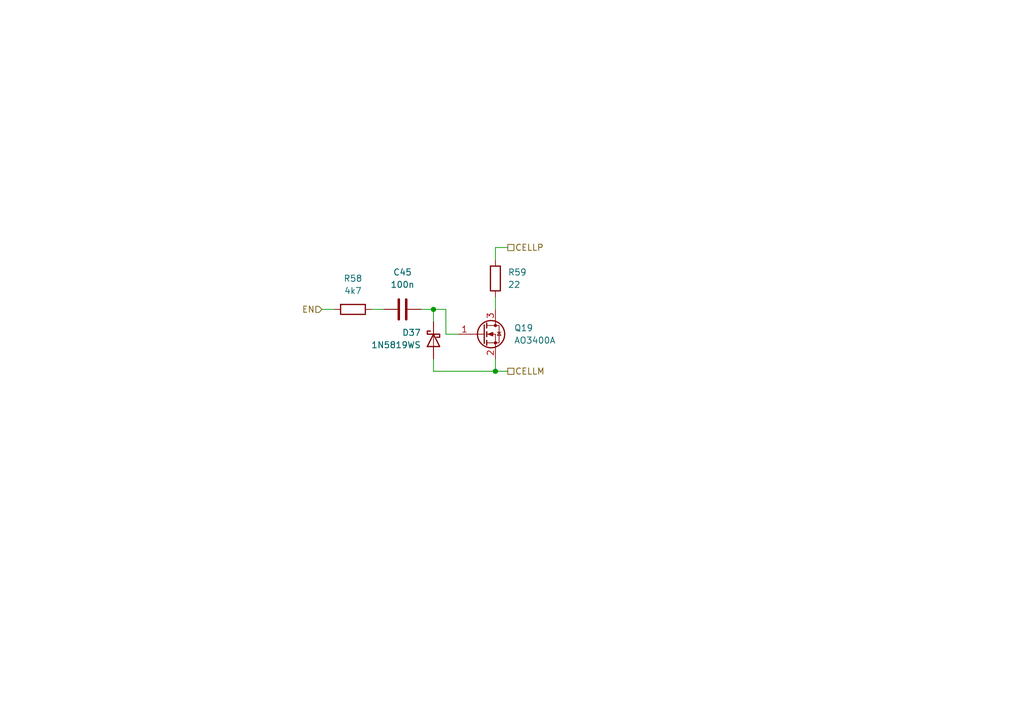
<source format=kicad_sch>
(kicad_sch (version 20250114) (generator "eeschema") (generator_version "9.0")
  (paper "A5")
  (lib_symbols
    (symbol "Device:C" (pin_numbers (hide yes)) (pin_names (offset 0.254))
      (property "Reference" "C" (at 0.635 2.54 0))
      (property "Value" "C" (at 0.635 -2.54 0))
      (symbol "C_0_1"
        (polyline (pts (xy -2.032 0.762) (xy 2.032 0.762)) (stroke (width 0.508)))
        (polyline (pts (xy -2.032 -0.762) (xy 2.032 -0.762)) (stroke (width 0.508)))
      )
      (symbol "C_1_1"
        (pin passive line (at 0 3.81 270) (length 2.794) (name "~") (number "1"))
        (pin passive line (at 0 -3.81 90) (length 2.794) (name "~") (number "2"))
      )
    )
    (symbol "Device:R" (pin_numbers (hide yes)) (pin_names (offset 0))
      (property "Reference" "R" (at 2.032 0 90))
      (property "Value" "R" (at 0 0 90))
      (symbol "R_0_1"
        (rectangle (start -1.016 -2.54) (end 1.016 2.54) (stroke (width 0.254)))
      )
      (symbol "R_1_1"
        (pin passive line (at 0 3.81 270) (length 1.27) (name "~") (number "1"))
        (pin passive line (at 0 -3.81 90) (length 1.27) (name "~") (number "2"))
      )
    )
    (symbol "Diode:1N5819WS" (pin_numbers (hide yes)) (pin_names (offset 1.016) (hide yes))
      (property "Reference" "D" (at 0 2.54 0))
      (property "Value" "1N5819WS" (at 0 -2.54 0))
      (symbol "1N5819WS_0_1"
        (polyline (pts (xy -1.905 0.635) (xy -1.905 1.27) (xy -1.27 1.27) (xy -1.27 -1.27) (xy -0.635 -1.27) (xy -0.635 -0.635)) (stroke (width 0.254)))
        (polyline (pts (xy 1.27 1.27) (xy 1.27 -1.27) (xy -1.27 0) (xy 1.27 1.27)) (stroke (width 0.254)))
        (polyline (pts (xy 1.27 0) (xy -1.27 0)))
      )
      (symbol "1N5819WS_1_1"
        (pin passive line (at -3.81 0 0) (length 2.54) (name "K") (number "1"))
        (pin passive line (at 3.81 0 180) (length 2.54) (name "A") (number "2"))
      )
    )
    (symbol "Transistor_FET:AO3400A" (pin_names (offset 0) (hide yes))
      (property "Reference" "Q" (at 5.08 1.905 0))
      (property "Value" "AO3400A" (at 5.08 0 0))
      (symbol "AO3400A_0_1"
        (polyline (pts (xy 0.254 1.905) (xy 0.254 -1.905)) (stroke (width 0.254)))
        (polyline (pts (xy 0.254 0) (xy -2.54 0)))
        (polyline (pts (xy 0.762 2.286) (xy 0.762 1.27)) (stroke (width 0.254)))
        (polyline (pts (xy 0.762 0.508) (xy 0.762 -0.508)) (stroke (width 0.254)))
        (polyline (pts (xy 0.762 -1.27) (xy 0.762 -2.286)) (stroke (width 0.254)))
        (polyline (pts (xy 0.762 -1.778) (xy 3.302 -1.778) (xy 3.302 1.778) (xy 0.762 1.778)))
        (polyline (pts (xy 1.016 0) (xy 2.032 0.381) (xy 2.032 -0.381) (xy 1.016 0)) (fill (type outline)))
        (circle (center 1.651 0) (radius 2.794) (stroke (width 0.254)))
        (polyline (pts (xy 2.54 2.54) (xy 2.54 1.778)))
        (circle (center 2.54 1.778) (radius 0.254) (fill (type outline)))
        (circle (center 2.54 -1.778) (radius 0.254) (fill (type outline)))
        (polyline (pts (xy 2.54 -2.54) (xy 2.54 0) (xy 0.762 0)))
        (polyline (pts (xy 2.921 0.381) (xy 3.683 0.381)))
        (polyline (pts (xy 3.302 0.381) (xy 2.921 -0.254) (xy 3.683 -0.254) (xy 3.302 0.381)))
      )
      (symbol "AO3400A_1_1"
        (pin input line (at -5.08 0 0) (length 2.54) (name "G") (number "1"))
        (pin passive line (at 2.54 5.08 270) (length 2.54) (name "D") (number "3"))
        (pin passive line (at 2.54 -5.08 90) (length 2.54) (name "S") (number "2"))
      )
    )
  )
  (junction (at 88.9 63.5))
  (junction (at 101.6 76.2))
  (wire (pts (xy 93.98 68.58) (xy 91.44 68.58)))
  (wire (pts (xy 104.14 50.8) (xy 101.6 50.8)))
  (wire (pts (xy 88.9 76.2) (xy 88.9 73.66)))
  (wire (pts (xy 88.9 63.5) (xy 88.9 66.04)))
  (wire (pts (xy 101.6 76.2) (xy 104.14 76.2)))
  (wire (pts (xy 101.6 60.96) (xy 101.6 63.5)))
  (wire (pts (xy 101.6 76.2) (xy 88.9 76.2)))
  (wire (pts (xy 101.6 50.8) (xy 101.6 53.34)))
  (wire (pts (xy 91.44 63.5) (xy 88.9 63.5)))
  (wire (pts (xy 101.6 73.66) (xy 101.6 76.2)))
  (wire (pts (xy 91.44 68.58) (xy 91.44 63.5)))
  (wire (pts (xy 86.36 63.5) (xy 88.9 63.5)))
  (wire (pts (xy 66.04 63.5) (xy 68.58 63.5)))
  (wire (pts (xy 76.2 63.5) (xy 78.74 63.5)))
  (hierarchical_label "CELLM" (shape passive) (at 104.14 76.2 0))
  (hierarchical_label "CELLP" (shape passive) (at 104.14 50.8 0))
  (hierarchical_label "EN" (shape input) (at 66.04 63.5 180))
  (symbol (lib_id "Device:R") (at 72.39 63.5 90) (unit 1)
    (property "Reference" "R?" (at 72.39 57.15 90))
    (property "Value" "4k7" (at 72.39 59.69 90))
    (property "Footprint" "Resistor_SMD:R_0402_1005Metric" (effects (hide yes)))
    (property "Description" "Resistor" (effects (hide yes)))
    (property "LCSC" "C25900" (effects (hide yes)))
    (instances (project "battery-pack" (path "" (reference "R58") (unit 1)) (path "" (reference "R100") (unit 1)) (path "" (reference "R22") (unit 1)) (path "" (reference "R98") (unit 1)) (path "" (reference "R94") (unit 1)) (path "" (reference "R90") (unit 1)) (path "" (reference "R62") (unit 1)) (path "" (reference "R?") (unit 1)) (path "" (reference "R104") (unit 1)) (path "" (reference "R86") (unit 1)) (path "" (reference "R102") (unit 1)) (path "" (reference "R28") (unit 1)) (path "" (reference "R54") (unit 1)) (path "" (reference "R82") (unit 1)) (path "" (reference "R66") (unit 1)) (path "" (reference "R36") (unit 1))))
  )
  (symbol (lib_id "Device:R") (at 101.6 57.15 0) (unit 1)
    (property "Reference" "R?" (at 104.14 55.8799 0) (effects (justify left)))
    (property "Value" "22" (at 104.14 58.4199 0) (effects (justify left)))
    (property "Footprint" "Resistor_SMD:R_1206_3216Metric" (effects (hide yes)))
    (property "Description" "Resistor" (effects (hide yes)))
    (property "LCSC" "C17958" (effects (hide yes)))
    (instances (project "battery-pack" (path "" (reference "R59") (unit 1)) (path "" (reference "R101") (unit 1)) (path "" (reference "R23") (unit 1)) (path "" (reference "R99") (unit 1)) (path "" (reference "R95") (unit 1)) (path "" (reference "R91") (unit 1)) (path "" (reference "R63") (unit 1)) (path "" (reference "R?") (unit 1)) (path "" (reference "R105") (unit 1)) (path "" (reference "R87") (unit 1)) (path "" (reference "R103") (unit 1)) (path "" (reference "R29") (unit 1)) (path "" (reference "R55") (unit 1)) (path "" (reference "R83") (unit 1)) (path "" (reference "R67") (unit 1)) (path "" (reference "R39") (unit 1))))
  )
  (symbol (lib_id "Diode:1N5819WS") (at 88.9 69.85 90) (mirror x) (unit 1)
    (property "Reference" "D?" (at 86.36 68.2624 90) (effects (justify left)))
    (property "Value" "1N5819WS" (at 86.36 70.8024 90) (effects (justify left)))
    (property "Footprint" "Diode_SMD:D_SOD-323" (effects (hide yes)))
    (property "Datasheet" "https://datasheet.lcsc.com/lcsc/2204281430_Guangdong-Hottech-1N5819WS_C191023.pdf" (effects (hide yes)))
    (property "Description" "40V 600mV@1A 1A SOD-323 Schottky Barrier Diodes, SOD-323" (effects (hide yes)))
    (instances (project "battery-pack" (path "" (reference "D37") (unit 1)) (path "" (reference "D74") (unit 1)) (path "" (reference "D1") (unit 1)) (path "" (reference "D73") (unit 1)) (path "" (reference "D67") (unit 1)) (path "" (reference "D61") (unit 1)) (path "" (reference "D43") (unit 1)) (path "" (reference "D?") (unit 1)) (path "" (reference "D76") (unit 1)) (path "" (reference "D55") (unit 1)) (path "" (reference "D75") (unit 1)) (path "" (reference "D7") (unit 1)) (path "" (reference "D25") (unit 1)) (path "" (reference "D19") (unit 1)) (path "" (reference "D49") (unit 1)) (path "" (reference "D13") (unit 1))))
  )
  (symbol (lib_id "Device:C") (at 82.55 63.5 90) (unit 1)
    (property "Reference" "C?" (at 82.55 55.88 90))
    (property "Value" "100n" (at 82.55 58.42 90))
    (property "Footprint" "Capacitor_SMD:C_0805_2012Metric" (effects (hide yes)))
    (property "Description" "Unpolarized capacitor" (effects (hide yes)))
    (property "LCSC" "C28233" (effects (hide yes)))
    (instances (project "battery-pack" (path "" (reference "C45") (unit 1)) (path "" (reference "C72") (unit 1)) (path "" (reference "C20") (unit 1)) (path "" (reference "C71") (unit 1)) (path "" (reference "C68") (unit 1)) (path "" (reference "C65") (unit 1)) (path "" (reference "C48") (unit 1)) (path "" (reference "C?") (unit 1)) (path "" (reference "C74") (unit 1)) (path "" (reference "C62") (unit 1)) (path "" (reference "C73") (unit 1)) (path "" (reference "C24") (unit 1)) (path "" (reference "C42") (unit 1)) (path "" (reference "C59") (unit 1)) (path "" (reference "C51") (unit 1)) (path "" (reference "C28") (unit 1))))
  )
  (symbol (lib_id "Transistor_FET:AO3400A") (at 99.06 68.58 0) (unit 1)
    (property "Reference" "Q?" (at 105.41 67.3099 0) (effects (justify left)))
    (property "Value" "AO3400A" (at 105.41 69.8499 0) (effects (justify left)))
    (property "Footprint" "Package_TO_SOT_SMD:SOT-23" (effects (hide yes)))
    (property "Datasheet" "http://www.aosmd.com/pdfs/datasheet/AO3400A.pdf" (effects (hide yes)))
    (property "Description" "30V Vds, 5.7A Id, N-Channel MOSFET, SOT-23" (effects (hide yes)))
    (property "LCSC" "C20917" (effects (hide yes)))
    (instances (project "battery-pack" (path "" (reference "Q19") (unit 1)) (path "" (reference "Q38") (unit 1)) (path "" (reference "Q1") (unit 1)) (path "" (reference "Q37") (unit 1)) (path "" (reference "Q34") (unit 1)) (path "" (reference "Q31") (unit 1)) (path "" (reference "Q22") (unit 1)) (path "" (reference "Q?") (unit 1)) (path "" (reference "Q40") (unit 1)) (path "" (reference "Q28") (unit 1)) (path "" (reference "Q39") (unit 1)) (path "" (reference "Q4") (unit 1)) (path "" (reference "Q13") (unit 1)) (path "" (reference "Q10") (unit 1)) (path "" (reference "Q25") (unit 1)) (path "" (reference "Q7") (unit 1))))
  )
)
</source>
